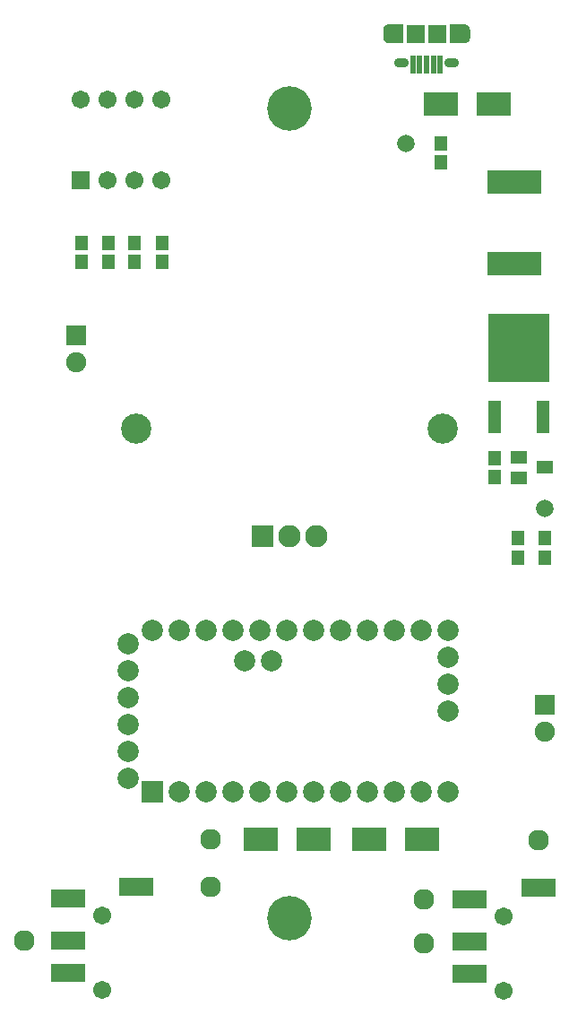
<source format=gts>
G04*
G04 #@! TF.GenerationSoftware,Altium Limited,Altium Designer,20.0.10 (225)*
G04*
G04 Layer_Color=8388736*
%FSLAX25Y25*%
%MOIN*%
G70*
G01*
G75*
%ADD29R,0.20488X0.08677*%
%ADD30R,0.12611X0.06706*%
%ADD31R,0.12611X0.08674*%
%ADD32C,0.06535*%
%ADD33R,0.05100X0.05200*%
%ADD34R,0.06312X0.04737*%
%ADD35R,0.06706X0.06902*%
%ADD36R,0.01975X0.07093*%
%ADD37R,0.04619X0.11942*%
%ADD38R,0.22965X0.25800*%
%ADD39C,0.07717*%
%ADD40C,0.16548*%
%ADD41R,0.08300X0.08300*%
%ADD42C,0.08300*%
%ADD43C,0.11200*%
%ADD44R,0.07493X0.07493*%
%ADD45C,0.07493*%
%ADD46C,0.07890*%
%ADD47R,0.07890X0.07890*%
%ADD48C,0.06706*%
%ADD49O,0.03851X0.06902*%
%ADD50O,0.05518X0.03550*%
%ADD51R,0.06706X0.06706*%
G36*
X250882Y458961D02*
X250780Y458968D01*
X250677Y458980D01*
X250575Y459000D01*
X250476Y459024D01*
X250374Y459051D01*
X250279Y459087D01*
X250185Y459126D01*
X250091Y459169D01*
X250000Y459221D01*
X249913Y459276D01*
X249827Y459331D01*
X249744Y459394D01*
X249665Y459461D01*
X249591Y459531D01*
X249520Y459606D01*
X249453Y459685D01*
X249390Y459768D01*
X249335Y459854D01*
X249279Y459941D01*
X249228Y460032D01*
X249185Y460126D01*
X249146Y460220D01*
X249110Y460315D01*
X249083Y460417D01*
X249059Y460516D01*
X249039Y460618D01*
X249028Y460720D01*
X249020Y460823D01*
X249016Y460925D01*
Y463878D01*
X249020Y463980D01*
X249028Y464083D01*
X249039Y464185D01*
X249059Y464287D01*
X249083Y464386D01*
X249110Y464488D01*
X249146Y464583D01*
X249185Y464677D01*
X249228Y464772D01*
X249279Y464862D01*
X249335Y464949D01*
X249390Y465035D01*
X249453Y465118D01*
X249520Y465197D01*
X249591Y465272D01*
X249665Y465343D01*
X249744Y465410D01*
X249827Y465473D01*
X249913Y465528D01*
X250000Y465583D01*
X250091Y465634D01*
X250185Y465677D01*
X250279Y465717D01*
X250374Y465752D01*
X250476Y465779D01*
X250575Y465803D01*
X250677Y465823D01*
X250780Y465835D01*
X250882Y465842D01*
X250984Y465846D01*
X256496D01*
Y458957D01*
X250984D01*
X250882Y458961D01*
D02*
G37*
G36*
X273819Y465846D02*
X279331D01*
X279433Y465842D01*
X279535Y465835D01*
X279638Y465823D01*
X279740Y465803D01*
X279839Y465779D01*
X279941Y465752D01*
X280035Y465717D01*
X280130Y465677D01*
X280224Y465634D01*
X280315Y465583D01*
X280402Y465528D01*
X280488Y465473D01*
X280571Y465410D01*
X280650Y465343D01*
X280724Y465272D01*
X280795Y465197D01*
X280862Y465118D01*
X280925Y465035D01*
X280980Y464949D01*
X281035Y464862D01*
X281087Y464772D01*
X281130Y464677D01*
X281169Y464583D01*
X281205Y464488D01*
X281232Y464386D01*
X281256Y464287D01*
X281276Y464185D01*
X281287Y464083D01*
X281295Y463980D01*
X281299Y463878D01*
Y460925D01*
X281295Y460823D01*
X281287Y460720D01*
X281276Y460618D01*
X281256Y460516D01*
X281232Y460417D01*
X281205Y460315D01*
X281169Y460220D01*
X281130Y460126D01*
X281087Y460032D01*
X281035Y459941D01*
X280980Y459854D01*
X280925Y459768D01*
X280862Y459685D01*
X280795Y459606D01*
X280724Y459531D01*
X280650Y459461D01*
X280571Y459394D01*
X280488Y459331D01*
X280402Y459276D01*
X280315Y459221D01*
X280224Y459169D01*
X280130Y459126D01*
X280035Y459087D01*
X279941Y459051D01*
X279839Y459024D01*
X279740Y459000D01*
X279638Y458980D01*
X279535Y458968D01*
X279433Y458961D01*
X279331Y458957D01*
X273819D01*
Y465846D01*
D02*
G37*
D29*
X297927Y376882D02*
D03*
Y407197D02*
D03*
D30*
X131693Y140945D02*
D03*
Y125197D02*
D03*
Y113386D02*
D03*
X157283Y145276D02*
D03*
X281102Y140551D02*
D03*
Y124803D02*
D03*
Y112992D02*
D03*
X306693Y144882D02*
D03*
D31*
X263386Y162992D02*
D03*
X243701D02*
D03*
X203543D02*
D03*
X223228D02*
D03*
X290158Y436221D02*
D03*
X270472D02*
D03*
D32*
X309055Y285827D02*
D03*
X257480Y421654D02*
D03*
D33*
X309055Y267717D02*
D03*
Y274803D02*
D03*
X299213Y274803D02*
D03*
Y267717D02*
D03*
X290551Y297638D02*
D03*
Y304724D02*
D03*
X270472Y421654D02*
D03*
Y414567D02*
D03*
X136811Y377559D02*
D03*
Y384646D02*
D03*
X146654Y377559D02*
D03*
Y384646D02*
D03*
X156496Y377559D02*
D03*
Y384646D02*
D03*
X166732Y377559D02*
D03*
Y384646D02*
D03*
D34*
X299606Y297441D02*
D03*
Y304921D02*
D03*
X309055Y301181D02*
D03*
D35*
X261221Y462402D02*
D03*
X269094D02*
D03*
D36*
X260039Y451083D02*
D03*
X262598D02*
D03*
X265158D02*
D03*
X267717D02*
D03*
X270276D02*
D03*
D37*
X290591Y319921D02*
D03*
X308622D02*
D03*
D38*
X299606Y345590D02*
D03*
D39*
X184646Y162992D02*
D03*
X264173Y124409D02*
D03*
Y140551D02*
D03*
X184646Y145276D02*
D03*
X115354Y125197D02*
D03*
X306693Y162598D02*
D03*
D40*
X214173Y434646D02*
D03*
Y133465D02*
D03*
D41*
X204173Y275590D02*
D03*
D42*
X214173D02*
D03*
X224173D02*
D03*
D43*
X271263Y315591D02*
D03*
X157083D02*
D03*
D44*
X134646Y350394D02*
D03*
X309055Y212874D02*
D03*
D45*
X134646Y340394D02*
D03*
X309055Y202874D02*
D03*
D46*
X154173Y235709D02*
D03*
Y225709D02*
D03*
Y215709D02*
D03*
Y205709D02*
D03*
Y195709D02*
D03*
Y185709D02*
D03*
X197492Y229209D02*
D03*
X207492D02*
D03*
X272992Y210709D02*
D03*
Y220709D02*
D03*
Y230709D02*
D03*
Y240709D02*
D03*
X262992D02*
D03*
X252992D02*
D03*
X242992D02*
D03*
X232992D02*
D03*
X222992D02*
D03*
X212992D02*
D03*
X202992D02*
D03*
X192992D02*
D03*
X182992D02*
D03*
X172992D02*
D03*
X162992D02*
D03*
X272992Y180709D02*
D03*
X262992D02*
D03*
X252992D02*
D03*
X242992D02*
D03*
X232992D02*
D03*
X222992D02*
D03*
X212992D02*
D03*
X202992D02*
D03*
X192992D02*
D03*
X182992D02*
D03*
X172992D02*
D03*
D47*
X162992D02*
D03*
D48*
X144488Y107087D02*
D03*
Y134646D02*
D03*
X293898Y106693D02*
D03*
Y134252D02*
D03*
X156378Y408032D02*
D03*
X146378D02*
D03*
X166378D02*
D03*
Y438031D02*
D03*
X156378D02*
D03*
X146378D02*
D03*
X136378D02*
D03*
D49*
X251378Y462402D02*
D03*
X278937D02*
D03*
D50*
X255709Y451772D02*
D03*
X274606D02*
D03*
D51*
X136378Y408032D02*
D03*
M02*

</source>
